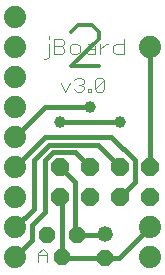
<source format=gtl>
G75*
%MOIN*%
%OFA0B0*%
%FSLAX25Y25*%
%IPPOS*%
%LPD*%
%AMOC8*
5,1,8,0,0,1.08239X$1,22.5*
%
%ADD10C,0.00400*%
%ADD11C,0.01200*%
%ADD12OC8,0.06000*%
%ADD13C,0.07400*%
%ADD14OC8,0.05200*%
%ADD15C,0.05200*%
%ADD16C,0.01600*%
%ADD17C,0.03962*%
D10*
X0014276Y0005875D02*
X0014276Y0008944D01*
X0015810Y0010479D01*
X0017345Y0008944D01*
X0017345Y0005875D01*
X0017345Y0008177D02*
X0014276Y0008177D01*
X0023310Y0062750D02*
X0024845Y0065819D01*
X0026380Y0066587D02*
X0027147Y0067354D01*
X0028682Y0067354D01*
X0029449Y0066587D01*
X0029449Y0065819D01*
X0028682Y0065052D01*
X0029449Y0064285D01*
X0029449Y0063517D01*
X0028682Y0062750D01*
X0027147Y0062750D01*
X0026380Y0063517D01*
X0027914Y0065052D02*
X0028682Y0065052D01*
X0030984Y0063517D02*
X0030984Y0062750D01*
X0031751Y0062750D01*
X0031751Y0063517D01*
X0030984Y0063517D01*
X0033286Y0063517D02*
X0036355Y0066587D01*
X0036355Y0063517D01*
X0035588Y0062750D01*
X0034053Y0062750D01*
X0033286Y0063517D01*
X0033286Y0066587D01*
X0034053Y0067354D01*
X0035588Y0067354D01*
X0036355Y0066587D01*
X0035058Y0075250D02*
X0035058Y0078720D01*
X0036792Y0078720D02*
X0035058Y0076985D01*
X0033371Y0076985D02*
X0030769Y0076985D01*
X0029901Y0076117D01*
X0030769Y0075250D01*
X0033371Y0075250D01*
X0033371Y0077852D01*
X0032503Y0078720D01*
X0030769Y0078720D01*
X0028214Y0077852D02*
X0028214Y0076117D01*
X0027347Y0075250D01*
X0025612Y0075250D01*
X0024745Y0076117D01*
X0024745Y0077852D01*
X0025612Y0078720D01*
X0027347Y0078720D01*
X0028214Y0077852D01*
X0023058Y0076985D02*
X0023058Y0076117D01*
X0022191Y0075250D01*
X0019588Y0075250D01*
X0019588Y0080454D01*
X0022191Y0080454D01*
X0023058Y0079587D01*
X0023058Y0078720D01*
X0022191Y0077852D01*
X0019588Y0077852D01*
X0017886Y0078720D02*
X0017886Y0074383D01*
X0017018Y0073515D01*
X0016151Y0073515D01*
X0017886Y0080454D02*
X0017886Y0081322D01*
X0022191Y0077852D02*
X0023058Y0076985D01*
X0021776Y0065819D02*
X0023310Y0062750D01*
X0036792Y0078720D02*
X0037660Y0078720D01*
X0039355Y0077852D02*
X0039355Y0076117D01*
X0040222Y0075250D01*
X0042824Y0075250D01*
X0042824Y0080454D01*
X0042824Y0078720D02*
X0040222Y0078720D01*
X0039355Y0077852D01*
D11*
X0034509Y0080483D02*
X0034509Y0082785D01*
X0032207Y0085087D01*
X0027603Y0085087D01*
X0025301Y0082785D01*
X0034509Y0080483D02*
X0025301Y0071275D01*
X0034509Y0071275D01*
D12*
X0031576Y0037550D03*
X0031576Y0027550D03*
X0041576Y0027550D03*
X0041576Y0037550D03*
X0051576Y0037550D03*
X0051576Y0027550D03*
X0021576Y0027550D03*
X0021576Y0037550D03*
D13*
X0006576Y0007550D03*
X0006576Y0017550D03*
X0006576Y0027550D03*
X0006576Y0037550D03*
X0006576Y0047550D03*
X0006576Y0057550D03*
X0006576Y0067550D03*
X0006576Y0077550D03*
X0006576Y0087550D03*
X0051576Y0077550D03*
X0051576Y0017550D03*
X0051576Y0007550D03*
D14*
X0036576Y0007300D03*
X0027201Y0015050D03*
X0022201Y0007550D03*
X0017201Y0015050D03*
D15*
X0036576Y0015300D03*
D16*
X0036326Y0015050D01*
X0027201Y0015050D01*
X0026576Y0015675D01*
X0026576Y0032550D01*
X0021576Y0037550D01*
X0019076Y0042550D02*
X0016576Y0040050D01*
X0016576Y0022550D01*
X0012201Y0018175D01*
X0012201Y0013175D01*
X0006576Y0007550D01*
X0006576Y0017550D02*
X0012826Y0023800D01*
X0012826Y0040050D01*
X0017826Y0045050D01*
X0034076Y0045050D01*
X0041576Y0037550D01*
X0046576Y0040050D02*
X0046576Y0032550D01*
X0041576Y0027550D01*
X0046576Y0040050D02*
X0038451Y0047550D01*
X0016576Y0047550D01*
X0006576Y0037550D01*
X0006576Y0047550D02*
X0016576Y0057550D01*
X0031576Y0057550D01*
X0026576Y0042550D02*
X0019076Y0042550D01*
X0021576Y0052550D02*
X0041576Y0052550D01*
X0051576Y0037550D02*
X0051576Y0077550D01*
X0026576Y0042550D02*
X0031576Y0037550D01*
X0021576Y0027550D02*
X0022201Y0026925D01*
X0022201Y0007550D01*
X0022576Y0007300D01*
X0036576Y0007300D01*
X0041326Y0007300D01*
X0051576Y0017550D01*
D17*
X0041576Y0052550D03*
X0031576Y0057550D03*
X0021576Y0052550D03*
M02*

</source>
